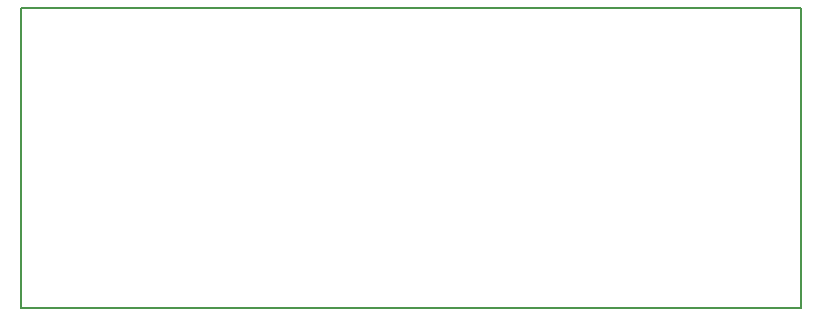
<source format=gbr>
%TF.GenerationSoftware,KiCad,Pcbnew,(5.1.6)-1*%
%TF.CreationDate,2020-08-12T13:20:57+08:00*%
%TF.ProjectId,sl_v2,736c5f76-322e-46b6-9963-61645f706362,rev?*%
%TF.SameCoordinates,Original*%
%TF.FileFunction,Profile,NP*%
%FSLAX46Y46*%
G04 Gerber Fmt 4.6, Leading zero omitted, Abs format (unit mm)*
G04 Created by KiCad (PCBNEW (5.1.6)-1) date 2020-08-12 13:20:57*
%MOMM*%
%LPD*%
G01*
G04 APERTURE LIST*
%TA.AperFunction,Profile*%
%ADD10C,0.200000*%
%TD*%
G04 APERTURE END LIST*
D10*
X125603000Y-85344000D02*
X125603000Y-110744000D01*
X191643000Y-85344000D02*
X125603000Y-85344000D01*
X191643000Y-110744000D02*
X191643000Y-85344000D01*
X125603000Y-110744000D02*
X191643000Y-110744000D01*
M02*

</source>
